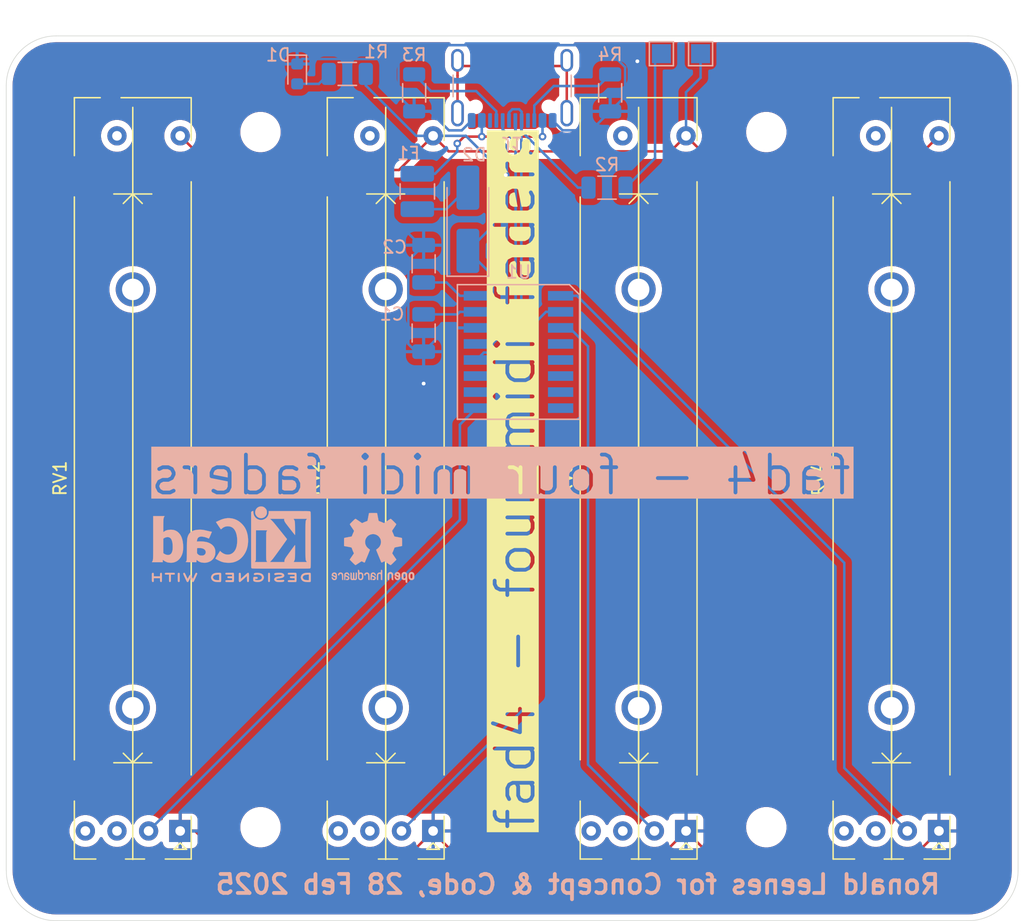
<source format=kicad_pcb>
(kicad_pcb (version 20241229) (generator "pcbnew") (generator_version "9.0")
  (layers (0 "F.Cu" signal) (2 "B.Cu" signal) (13 "F.Paste" user) (15 "B.Paste" user) (5 "F.SilkS" user "F.Silkscreen") (7 "B.SilkS" user "B.Silkscreen") (1 "F.Mask" user) (3 "B.Mask" user) (25 "Edge.Cuts" user))
  (net 0 "")
  (net 1 "VBUS")
  (net 2 "GND")
  (net 3 "+3V3")
  (net 4 "Net-(D1-A)")
  (net 5 "Net-(D2-A)")
  (net 6 "Net-(F1-Pad1)")
  (net 8 "unconnected-(J1-SHIELD-PadS1)")
  (net 9 "D-")
  (net 10 "Net-(J1-CC2)")
  (net 12 "Net-(J1-CC1)")
  (net 13 "Net-(R2-Pad1)")
  (net 14 "AIN0")
  (net 21 "AIN1")
  (net 22 "AIN2")
  (net 27 "AIN3")
  (net 37 "D+")
  (footprint "MountingHole:MountingHole_2.7mm_M2.5_DIN965" (layer "F.Cu") (at 72.6 132.6)
    (property "Reference" "h2" (hide yes))
    (property "Value" "MountingHole_2.7mm_M2.5_DIN965" (hide yes))
    (pad "" np_thru_hole circle (at 0 0) (size 2.7 2.7) (drill 2.7) (layers "*.Cu" "*.Mask"))
  )
  (footprint "MountingHole:MountingHole_2.7mm_M2.5_DIN965" (layer "F.Cu") (at 112.6 132.6)
    (property "Reference" "h4" (hide yes))
    (property "Value" "MountingHole_2.7mm_M2.5_DIN965" (hide yes))
    (pad "" np_thru_hole circle (at 0 0) (size 2.7 2.7) (drill 2.7) (layers "*.Cu" "*.Mask"))
  )
  (footprint "Potentiometer_THT:B103 slider 4560mm" (layer "F.Cu") (at 120.75 134.2497 90)
    (property "Reference" "RV4" (at 29.25 -4 90) (layer "F.SilkS"))
    (property "Value" "R_Potentiometer_Dual")
    (pad "1" thru_hole rect (at 1.35 5.5 270) (size 1.75 1.75) (drill 0.762) (layers "*.Cu" "*.Mask") (net 2 "GND"))
    (pad "2" thru_hole circle (at 1.35 3 270) (size 1.524 1.524) (drill 0.762) (layers "*.Cu" "*.Mask") (net 27 "AIN3"))
    (pad "3" thru_hole circle (at 56.35 5.5 270) (size 1.524 1.524) (drill 0.762) (layers "*.Cu" "*.Mask") (net 1 "VBUS"))
    (pad "4" thru_hole circle (at 1.35 0.5 270) (size 1.524 1.524) (drill 0.762) (layers "*.Cu" "*.Mask"))
    (pad "5" thru_hole circle (at 1.35 -2 270) (size 1.524 1.524) (drill 0.762) (layers "*.Cu" "*.Mask"))
    (pad "6" thru_hole circle (at 56.35 0.5 270) (size 1.524 1.524) (drill 0.762) (layers "*.Cu" "*.Mask"))
    (pad "MP" thru_hole circle (at 11.1 1.75 270) (size 2.7 2.7) (drill 1.7) (layers "*.Cu" "*.Mask"))
    (pad "MP" thru_hole circle (at 44.2 1.75 270) (size 2.7 2.7) (drill 1.7) (layers "*.Cu" "*.Mask"))
  )
  (footprint "MountingHole:MountingHole_2.7mm_M2.5_DIN965" (layer "F.Cu") (at 72.6 77.6)
    (property "Reference" "h1" (hide yes))
    (property "Value" "MountingHole_2.7mm_M2.5_DIN965" (hide yes))
    (pad "" np_thru_hole circle (at 0 0) (size 2.7 2.7) (drill 2.7) (layers "*.Cu" "*.Mask"))
  )
  (footprint "Potentiometer_THT:B103 slider 4560mm" (layer "F.Cu") (at 80.75 134.2497 90)
    (property "Reference" "RV2" (at 29.25 -4 90) (layer "F.SilkS"))
    (property "Value" "R_Potentiometer_Dual")
    (pad "1" thru_hole rect (at 1.35 5.5 270) (size 1.75 1.75) (drill 0.762) (layers "*.Cu" "*.Mask") (net 2 "GND"))
    (pad "2" thru_hole circle (at 1.35 3 270) (size 1.524 1.524) (drill 0.762) (layers "*.Cu" "*.Mask") (net 21 "AIN1"))
    (pad "3" thru_hole circle (at 56.35 5.5 270) (size 1.524 1.524) (drill 0.762) (layers "*.Cu" "*.Mask") (net 1 "VBUS"))
    (pad "4" thru_hole circle (at 1.35 0.5 270) (size 1.524 1.524) (drill 0.762) (layers "*.Cu" "*.Mask"))
    (pad "5" thru_hole circle (at 1.35 -2 270) (size 1.524 1.524) (drill 0.762) (layers "*.Cu" "*.Mask"))
    (pad "6" thru_hole circle (at 56.35 0.5 270) (size 1.524 1.524) (drill 0.762) (layers "*.Cu" "*.Mask"))
    (pad "MP" thru_hole circle (at 11.1 1.75 270) (size 2.7 2.7) (drill 1.7) (layers "*.Cu" "*.Mask"))
    (pad "MP" thru_hole circle (at 44.2 1.75 270) (size 2.7 2.7) (drill 1.7) (layers "*.Cu" "*.Mask"))
  )
  (footprint "Potentiometer_THT:B103 slider 4560mm" (layer "F.Cu") (at 100.75 134.2497 90)
    (property "Reference" "RV3" (at 29.25 -4 90) (layer "F.SilkS"))
    (property "Value" "R_Potentiometer_Dual")
    (pad "1" thru_hole rect (at 1.35 5.5 270) (size 1.75 1.75) (drill 0.762) (layers "*.Cu" "*.Mask") (net 2 "GND"))
    (pad "2" thru_hole circle (at 1.35 3 270) (size 1.524 1.524) (drill 0.762) (layers "*.Cu" "*.Mask") (net 22 "AIN2"))
    (pad "3" thru_hole circle (at 56.35 5.5 270) (size 1.524 1.524) (drill 0.762) (layers "*.Cu" "*.Mask") (net 1 "VBUS"))
    (pad "4" thru_hole circle (at 1.35 0.5 270) (size 1.524 1.524) (drill 0.762) (layers "*.Cu" "*.Mask"))
    (pad "5" thru_hole circle (at 1.35 -2 270) (size 1.524 1.524) (drill 0.762) (layers "*.Cu" "*.Mask"))
    (pad "6" thru_hole circle (at 56.35 0.5 270) (size 1.524 1.524) (drill 0.762) (layers "*.Cu" "*.Mask"))
    (pad "MP" thru_hole circle (at 11.1 1.75 270) (size 2.7 2.7) (drill 1.7) (layers "*.Cu" "*.Mask"))
    (pad "MP" thru_hole circle (at 44.2 1.75 270) (size 2.7 2.7) (drill 1.7) (layers "*.Cu" "*.Mask"))
  )
  (footprint "MountingHole:MountingHole_2.7mm_M2.5_DIN965" (layer "F.Cu") (at 112.6 77.6)
    (property "Reference" "h3" (hide yes))
    (property "Value" "MountingHole_2.7mm_M2.5_DIN965" (hide yes))
    (pad "" np_thru_hole circle (at 0 0) (size 2.7 2.7) (drill 2.7) (layers "*.Cu" "*.Mask"))
  )
  (footprint "Potentiometer_THT:B103 slider 4560mm" (layer "F.Cu") (at 60.75 134.2497 90)
    (property "Reference" "RV1" (at 29.25 -4 90) (layer "F.SilkS"))
    (property "Value" "R_Potentiometer_Dual" (hide yes))
    (pad "1" thru_hole rect (at 1.35 5.5 270) (size 1.75 1.75) (drill 0.762) (layers "*.Cu" "*.Mask") (net 2 "GND"))
    (pad "2" thru_hole circle (at 1.35 3 270) (size 1.524 1.524) (drill 0.762) (layers "*.Cu" "*.Mask") (net 14 "AIN0"))
    (pad "3" thru_hole circle (at 56.35 5.5 270) (size 1.524 1.524) (drill 0.762) (layers "*.Cu" "*.Mask") (net 1 "VBUS"))
    (pad "4" thru_hole circle (at 1.35 0.5 270) (size 1.524 1.524) (drill 0.762) (layers "*.Cu" "*.Mask"))
    (pad "5" thru_hole circle (at 1.35 -2 270) (size 1.524 1.524) (drill 0.762) (layers "*.Cu" "*.Mask"))
    (pad "6" thru_hole circle (at 56.35 0.5 270) (size 1.524 1.524) (drill 0.762) (layers "*.Cu" "*.Mask"))
    (pad "MP" thru_hole circle (at 11.1 1.75 270) (size 2.7 2.7) (drill 1.7) (layers "*.Cu" "*.Mask"))
    (pad "MP" thru_hole circle (at 44.2 1.75 270) (size 2.7 2.7) (drill 1.7) (layers "*.Cu" "*.Mask"))
  )
  (footprint "Fuse:Fuse_1210_3225Metric" (layer "B.Cu") (at 85 82.3 -90)
    (property "Reference" "F1" (at -3 0.7 180) (layer "B.SilkS") (effects (justify mirror)))
    (property "Value" "Polyfuse 500mA")
    (pad "1" smd roundrect (at -1.399999 0 270) (size 1.25 2.65) (layers "B.Cu" "B.Mask" "B.Paste") (roundrect_rratio 0.2) (net 6 "Net-(F1-Pad1)"))
    (pad "2" smd roundrect (at 1.399999 0 270) (size 1.25 2.65) (layers "B.Cu" "B.Mask" "B.Paste") (roundrect_rratio 0.2) (net 5 "Net-(D2-A)"))
  )
  (footprint "Resistor_SMD:R_1206_3216Metric" (layer "B.Cu") (at 79.4625 73)
    (property "Reference" "R1" (at 2.2875 -1.75 0) (layer "B.SilkS") (effects (justify mirror)))
    (property "Value" "1k")
    (pad "1" smd roundrect (at -1.4625 0) (size 1.125 1.75) (layers "B.Cu" "B.Mask" "B.Paste") (roundrect_rratio 0.222222) (net 4 "Net-(D1-A)"))
    (pad "2" smd roundrect (at 1.4625 0) (size 1.125 1.75) (layers "B.Cu" "B.Mask" "B.Paste") (roundrect_rratio 0.222222) (net 1 "VBUS"))
  )
  (footprint "Resistor_SMD:R_1206_3216Metric" (layer "B.Cu") (at 100 82 180)
    (property "Reference" "R2" (at 0 1.82 0) (layer "B.SilkS") (effects (justify mirror)))
    (property "Value" "10k")
    (pad "1" smd roundrect (at -1.4625 0 180) (size 1.125 1.75) (layers "B.Cu" "B.Mask" "B.Paste") (roundrect_rratio 0.222222) (net 13 "Net-(R2-Pad1)"))
    (pad "2" smd roundrect (at 1.4625 0 180) (size 1.125 1.75) (layers "B.Cu" "B.Mask" "B.Paste") (roundrect_rratio 0.222222) (net 37 "D+"))
  )
  (footprint "Symbol:KiCad-Logo2_5mm_SilkScreen" (layer "B.Cu") (at 70.3 110.2 180)
    (property "Reference" "REF**" (hide yes))
    (property "Value" "KiCad-Logo2_5mm_SilkScreen" (hide yes))
  )
  (footprint "Diode_SMD:D_SMA_Handsoldering" (layer "B.Cu") (at 89 84.5 90)
    (property "Reference" "D2" (at 5.1 0.5 0) (layer "B.SilkS") (effects (justify mirror)))
    (property "Value" "D")
    (pad "1" smd roundrect (at -2.5 0 90) (size 3.5 1.8) (layers "B.Cu" "B.Mask" "B.Paste") (roundrect_rratio 0.1388888889) (net 1 "VBUS"))
    (pad "2" smd roundrect (at 2.5 0 90) (size 3.5 1.8) (layers "B.Cu" "B.Mask" "B.Paste") (roundrect_rratio 0.1388888889) (net 5 "Net-(D2-A)"))
  )
  (footprint "Symbol:OSHW-Logo2_7.3x6mm_SilkScreen" (layer "B.Cu") (at 81.5 110.5 180)
    (property "Reference" "REF**" (hide yes))
    (property "Value" "OSHW-Logo2_7.3x6mm_SilkScreen" (hide yes))
  )
  (footprint "ch552g:CH552G" (layer "B.Cu") (at 93 95 -90)
    (property "Reference" "U1" (at -6.324999 0 0) (layer "B.SilkS") (effects (justify mirror)))
    (property "Value" "CH552G")
    (pad "1" smd rect (at -4.445 -3.33 270) (size 0.76 2) (layers "B.Cu" "B.Mask" "B.Paste") (net 27 "AIN3"))
    (pad "2" smd rect (at -3.175 -3.330001 270) (size 0.76 2) (layers "B.Cu" "B.Mask" "B.Paste") (net 21 "AIN1"))
    (pad "3" smd rect (at -1.905 -3.33 270) (size 0.76 2) (layers "B.Cu" "B.Mask" "B.Paste") (net 22 "AIN2"))
    (pad "4" smd rect (at -0.635 -3.33 270) (size 0.76 2) (layers "B.Cu" "B.Mask" "B.Paste"))
    (pad "5" smd rect (at 0.635 -3.33 270) (size 0.76 2) (layers "B.Cu" "B.Mask" "B.Paste"))
    (pad "6" smd rect (at 1.905 -3.33 270) (size 0.76 2) (layers "B.Cu" "B.Mask" "B.Paste"))
    (pad "7" smd rect (at 3.175 -3.330001 270) (size 0.76 2) (layers "B.Cu" "B.Mask" "B.Paste"))
    (pad "8" smd rect (at 4.445 -3.33 270) (size 0.76 2) (layers "B.Cu" "B.Mask" "B.Paste"))
    (pad "9" smd rect (at 4.445 3.33 270) (size 0.76 2) (layers "B.Cu" "B.Mask" "B.Paste") (net 14 "AIN0"))
    (pad "10" smd rect (at 3.175 3.330001 270) (size 0.76 2) (layers "B.Cu" "B.Mask" "B.Paste"))
    (pad "11" smd rect (at 1.905 3.33 270) (size 0.76 2) (layers "B.Cu" "B.Mask" "B.Paste"))
    (pad "12" smd rect (at 0.635 3.33 270) (size 0.76 2) (layers "B.Cu" "B.Mask" "B.Paste") (net 37 "D+"))
    (pad "13" smd rect (at -0.635 3.33 270) (size 0.76 2) (layers "B.Cu" "B.Mask" "B.Paste") (net 9 "D-"))
    (pad "14" smd rect (at -1.905 3.33 270) (size 0.76 2) (layers "B.Cu" "B.Mask" "B.Paste") (net 2 "GND"))
    (pad "15" smd rect (at -3.175 3.330001 270) (size 0.76 2) (layers "B.Cu" "B.Mask" "B.Paste") (net 1 "VBUS"))
    (pad "16" smd rect (at -4.445 3.33 270) (size 0.76 2) (layers "B.Cu" "B.Mask" "B.Paste") (net 3 "+3V3"))
  )
  (footprint "TestPoint:TestPoint_Pad_1.5x1.5mm" (layer "B.Cu") (at 104.3 71.4)
    (property "Reference" "TP1" (hide yes))
    (property "Value" "progboot")
    (pad "1" smd rect (at 0 0) (size 1.5 1.5) (layers "B.Cu" "B.Mask") (net 13 "Net-(R2-Pad1)"))
  )
  (footprint "Connector_USB:USB_C_Receptacle_GCT_USB4105-xx-A_16P_TopMnt_Horizontal" (layer "B.Cu") (at 92.5 73)
    (property "Reference" "J1" (at 0 5.5 180) (layer "B.SilkS") (effects (justify mirror)))
    (property "Value" "USB_C_Receptacle_USB2.0_16P")
    (pad "" np_thru_hole circle (at -2.89 2.605) (size 0.65 0.65) (drill 0.65) (layers "*.Cu" "*.Mask"))
    (pad "" np_thru_hole circle (at 2.89 2.605) (size 0.65 0.65) (drill 0.65) (layers "*.Cu" "*.Mask"))
    (pad "A1" smd roundrect (at -3.2 3.68) (size 0.6 1.15) (layers "B.Cu" "B.Mask" "B.Paste") (net 2 "GND"))
    (pad "A4" smd roundrect (at -2.4 3.68) (size 0.6 1.15) (layers "B.Cu" "B.Mask" "B.Paste") (net 6 "Net-(F1-Pad1)"))
    (pad "A5" smd roundrect (at -1.25 3.679999) (size 0.3 1.15) (layers "B.Cu" "B.Mask" "B.Paste") (net 12 "Net-(J1-CC1)"))
    (pad "A6" smd roundrect (at -0.25 3.68) (size 0.3 1.15) (layers "B.Cu" "B.Mask" "B.Paste") (net 37 "D+"))
    (pad "A7" smd roundrect (at 0.25 3.68) (size 0.3 1.15) (layers "B.Cu" "B.Mask" "B.Paste") (net 9 "D-"))
    (pad "A8" smd roundrect (at 1.25 3.679999) (size 0.3 1.15) (layers "B.Cu" "B.Mask" "B.Paste"))
    (pad "A9" smd roundrect (at 2.4 3.68) (size 0.6 1.15) (layers "B.Cu" "B.Mask" "B.Paste") (net 6 "Net-(F1-Pad1)"))
    (pad "A12" smd roundrect (at 3.2 3.68) (size 0.6 1.15) (layers "B.Cu" "B.Mask" "B.Paste") (net 2 "GND"))
    (pad "B1" smd roundrect (at 3.2 3.68) (size 0.6 1.15) (layers "B.Cu" "B.Mask" "B.Paste") (net 2 "GND"))
    (pad "B4" smd roundrect (at 2.4 3.68) (size 0.6 1.15) (layers "B.Cu" "B.Mask" "B.Paste") (net 6 "Net-(F1-Pad1)"))
    (pad "B5" smd roundrect (at 1.75 3.68) (size 0.3 1.15) (layers "B.Cu" "B.Mask" "B.Paste") (net 10 "Net-(J1-CC2)"))
    (pad "B6" smd roundrect (at 0.75 3.68) (size 0.3 1.15) (layers "B.Cu" "B.Mask" "B.Paste") (net 37 "D+"))
    (pad "B7" smd roundrect (at -0.75 3.68) (size 0.3 1.15) (layers "B.Cu" "B.Mask" "B.Paste") (net 9 "D-"))
    (pad "B8" smd roundrect (at -1.75 3.68) (size 0.3 1.15) (layers "B.Cu" "B.Mask" "B.Paste"))
    (pad "B9" smd roundrect (at -2.4 3.68) (size 0.6 1.15) (layers "B.Cu" "B.Mask" "B.Paste") (net 6 "Net-(F1-Pad1)"))
    (pad "B12" smd roundrect (at -3.2 3.68) (size 0.6 1.15) (layers "B.Cu" "B.Mask" "B.Paste") (net 2 "GND"))
    (pad "S1" thru_hole oval (at -4.32 -1.075) (size 1 1.8) (drill oval 0.6 1.4) (layers "*.Cu" "*.Mask" "B.Paste") (net 8 "unconnected-(J1-SHIELD-PadS1)"))
    (pad "S1" thru_hole oval (at -4.32 3.105) (size 1 2.1) (drill oval 0.6 1.7) (layers "*.Cu" "*.Mask" "B.Paste") (net 8 "unconnected-(J1-SHIELD-PadS1)"))
    (pad "S1" thru_hole oval (at 4.32 -1.075) (size 1 1.8) (drill oval 0.6 1.4) (layers "*.Cu" "*.Mask" "B.Paste") (net 8 "unconnected-(J1-SHIELD-PadS1)"))
    (pad "S1" thru_hole oval (at 4.32 3.105) (size 1 2.1) (drill oval 0.6 1.7) (layers "*.Cu" "*.Mask" "B.Paste") (net 8 "unconnected-(J1-SHIELD-PadS1)"))
  )
  (footprint "Capacitor_SMD:C_1206_3216Metric" (layer "B.Cu") (at 85.5 88.025 90)
    (property "Reference" "C2" (at 1.325 -2.3 0) (layer "B.SilkS") (effects (justify mirror)))
    (property "Value" "100n")
    (pad "1" smd roundrect (at -1.475001 0 90) (size 1.15 1.8) (layers "B.Cu" "B.Mask" "B.Paste") (roundrect_rratio 0.217391) (net 3 "+3V3"))
    (pad "2" smd roundrect (at 1.475001 0 90) (size 1.15 1.8) (layers "B.Cu" "B.Mask" "B.Paste") (roundrect_rratio 0.217391) (net 2 "GND"))
  )
  (footprint "Resistor_SMD:R_1206_3216Metric" (layer "B.Cu") (at 84.75 74.5 -90)
    (property "Reference" "R3" (at -3 0 0) (layer "B.SilkS") (effects (justify mirror)))
    (property "Value" "5k1")
    (pad "1" smd roundrect (at -1.4625 0 270) (size 1.125 1.75) (layers "B.Cu" "B.Mask" "B.Paste") (roundrect_rratio 0.222222) (net 12 "Net-(J1-CC1)"))
    (pad "2" smd roundrect (at 1.4625 0 270) (size 1.125 1.75) (layers "B.Cu" "B.Mask" "B.Paste") (roundrect_rratio 0.222222) (net 2 "GND"))
  )
  (footprint "LED_SMD:LED_0603_1608Metric" (layer "B.Cu") (at 75.5 73 -90)
    (property "Reference" "D1" (at -1.5 1.5 0) (layer "B.SilkS") (effects (justify mirror)))
    (property "Value" "LED")
    (pad "1" smd roundrect (at -0.787501 0 270) (size 0.875 0.95) (layers "B.Cu" "B.Mask" "B.Paste") (net 2 "GND"))
    (pad "2" smd roundrect (at 0.787501 0 270) (size 0.875 0.95) (layers "B.Cu" "B.Mask" "B.Paste") (net 4 "Net-(D1-A)"))
  )
  (footprint "Resistor_SMD:R_1206_3216Metric" (layer "B.Cu") (at 100.25 74.5 90)
    (property "Reference" "R4" (at 3.0375 0 0) (layer "B.SilkS") (effects (justify mirror)))
    (property "Value" "5k1")
    (pad "1" smd roundrect (at -1.4625 0 90) (size 1.125 1.75) (layers "B.Cu" "B.Mask" "B.Paste") (roundrect_rratio 0.222222) (net 2 "GND"))
    (pad "2" smd roundrect (at 1.4625 0 90) (size 1.125 1.75) (layers "B.Cu" "B.Mask" "B.Paste") (roundrect_rratio 0.222222) (net 10 "Net-(J1-CC2)"))
  )
  (footprint "Capacitor_SMD:C_1206_3216Metric" (layer "B.Cu") (at 85.5 93.5 -90)
    (property "Reference" "C1" (at -1.5 2.5 0) (layer "B.SilkS") (effects (justify mirror)))
    (property "Value" "100n")
    (pad "1" smd roundrect (at -1.475001 0 270) (size 1.15 1.8) (layers "B.Cu" "B.Mask" "B.Paste") (roundrect_rratio 0.217391) (net 1 "VBUS"))
    (pad "2" smd roundrect (at 1.475001 0 270) (size 1.15 1.8) (layers "B.Cu" "B.Mask" "B.Paste") (roundrect_rratio 0.217391) (net 2 "GND"))
  )
  (footprint "TestPoint:TestPoint_Pad_1.5x1.5mm" (layer "B.Cu") (at 107.4 71.4 180)
    (property "Reference" "TP2" (hide yes))
    (property "Value" "progboot")
    (pad "1" smd rect (at 0 0 180) (size 1.5 1.5) (layers "B.Cu" "B.Mask") (net 1 "VBUS"))
  )
  (gr_arc (start 56.45 140) (mid 53.656705 138.842979) (end 52.499684 136.049684) (stroke (width 0.05)) (layer "Edge.Cuts"))
  (gr_arc (start 132.507021 136.049684) (mid 131.35 138.842979) (end 128.556705 140) (stroke (width 0.05)) (layer "Edge.Cuts"))
  (gr_line (start 56.45 140) (end 128.556705 140) (stroke (width 0.05)) (layer "Edge.Cuts"))
  (gr_line (start 56.443295 69.992979) (end 128.556705 69.992979) (stroke (width 0.05)) (layer "Edge.Cuts"))
  (gr_line (start 132.507021 136.049684) (end 132.507021 73.943295) (stroke (width 0.05)) (layer "Edge.Cuts"))
  (gr_arc (start 52.492979 73.943295) (mid 53.65 71.15) (end 56.443295 69.992979) (stroke (width 0.05)) (layer "Edge.Cuts"))
  (gr_line (start 52.492979 73.943295) (end 52.492979 136.049684) (stroke (width 0.05)) (layer "Edge.Cuts"))
  (gr_arc (start 128.556705 69.992979) (mid 131.35 71.15) (end 132.507021 73.943295) (stroke (width 0.05)) (layer "Edge.Cuts"))
  (gr_text "fad4 - four midi faders" (at 94.5 133 90) (layer "F.SilkS" knockout) (effects (font (size 3 3) (thickness 0.3) (bold yes)) (justify left bottom)))
  (gr_text "fad4 - four midi faders" (at 119.5 106.5 0) (layer "B.SilkS" knockout) (effects (font (size 3 3) (thickness 0.3) (bold yes)) (justify left bottom mirror)))
  (gr_text "Ronald Leenes for Concept & Code, 28 Feb 2025" (at 126.5 138 0) (layer "B.SilkS") (effects (font (size 1.5 1.5) (thickness 0.3) (bold yes)) (justify left bottom mirror)))
  (segment (start 106.25 77.8997) (end 105.0219 79.1278) (width 0.2) (layer "F.Cu") (net 1))
  (segment (start 66.25 77.8997) (end 68.9503 80.6) (width 0.2) (layer "F.Cu") (net 1))
  (segment (start 105.0219 79.1278) (end 87.4781 79.1278) (width 0.2) (layer "F.Cu") (net 1))
  (segment (start 83.5497 80.6) (end 86.25 77.8997) (width 0.2) (layer "F.Cu") (net 1))
  (segment (start 68.9503 80.6) (end 83.5497 80.6) (width 0.2) (layer "F.Cu") (net 1))
  (segment (start 87.4781 79.1278) (end 86.25 77.8997) (width 0.2) (layer "F.Cu") (net 1))
  (segment (start 109.1503 80.8) (end 106.25 77.8997) (width 0.2) (layer "F.Cu") (net 1))
  (segment (start 126.25 77.8997) (end 123.3497 80.8) (width 0.2) (layer "F.Cu") (net 1))
  (segment (start 123.3497 80.8) (end 109.1503 80.8) (width 0.2) (layer "F.Cu") (net 1))
  (segment (start 88.8366 77.8997) (end 91 80.0631) (width 0.2) (layer "B.Cu") (net 1))
  (segment (start 80.925 73.9146) (end 84.9101 77.8997) (width 0.2) (layer "B.Cu") (net 1))
  (segment (start 88.1683 92.025) (end 85.5 92.025) (width 0.2) (layer "B.Cu") (net 1))
  (segment (start 107.4 73.3) (end 107.4 71.4) (width 0.2) (layer "B.Cu") (net 1))
  (segment (start 86.25 77.8997) (end 88.8366 77.8997) (width 0.2) (layer "B.Cu") (net 1))
  (segment (start 80.925 73) (end 80.925 73.9146) (width 0.2) (layer "B.Cu") (net 1))
  (segment (start 88.3683 91.825) (end 88.1683 92.025) (width 0.2) (layer "B.Cu") (net 1))
  (segment (start 90.9717 88.9717) (end 90.9717 91.825) (width 0.2) (layer "B.Cu") (net 1))
  (segment (start 106.25 74.45) (end 107.4 73.3) (width 0.2) (layer "B.Cu") (net 1))
  (segment (start 84.9101 77.8997) (end 86.25 77.8997) (width 0.2) (layer "B.Cu") (net 1))
  (segment (start 90.9717 91.825) (end 88.3683 91.825) (width 0.2) (layer "B.Cu") (net 1))
  (segment (start 89 87) (end 90.9717 88.9717) (width 0.2) (layer "B.Cu") (net 1))
  (segment (start 106.25 77.8997) (end 106.25 74.45) (width 0.2) (layer "B.Cu") (net 1))
  (segment (start 91 85) (end 89 87) (width 0.2) (layer "B.Cu") (net 1))
  (segment (start 91 80.0631) (end 91 85) (width 0.2) (layer "B.Cu") (net 1))
  (segment (start 103.6497 135.5) (end 88.75 135.5) (width 0.2) (layer "F.Cu") (net 2))
  (segment (start 109.3503 136) (end 123.1497 136) (width 0.2) (layer "F.Cu") (net 2))
  (segment (start 66.25 132.8997) (end 67.4267 132.8997) (width 0.2) (layer "F.Cu") (net 2))
  (segment (start 123.1497 136) (end 126.25 132.8997) (width 0.2) (layer "F.Cu") (net 2))
  (segment (start 86.25 133) (end 86.25 132.8997) (width 0.2) (layer "F.Cu") (net 2))
  (segment (start 86.25 98.25) (end 86.25 132.8997) (width 0.2) (layer "F.Cu") (net 2))
  (segment (start 106.25 132.8997) (end 109.3503 136) (width 0.2) (layer "F.Cu") (net 2))
  (segment (start 106.25 132.8997) (end 103.6497 135.5) (width 0.2) (layer "F.Cu") (net 2))
  (segment (start 88.75 135.5) (end 86.25 133) (width 0.2) (layer "F.Cu") (net 2))
  (segment (start 67.4267 132.8997) (end 70.527 136) (width 0.2) (layer "F.Cu") (net 2))
  (segment (start 83.1497 136) (end 86.25 132.8997) (width 0.2) (layer "F.Cu") (net 2))
  (segment (start 85.5 97.5) (end 86.25 98.25) (width 0.2) (layer "F.Cu") (net 2))
  (segment (start 70.527 136) (end 83.1497 136) (width 0.2) (layer "F.Cu") (net 2))
  (via (at 102.4 72) (size 0.6) (drill 0.3) (layers "F.Cu" "B.Cu") (net 2))
  (via (at 85.5 97.5) (size 0.6) (drill 0.3) (layers "F.Cu" "B.Cu") (net 2))
  (via (at 92 81) (size 0.6) (drill 0.3) (layers "F.Cu" "B.Cu") (net 2))
  (segment (start 84.2869 94.3684) (end 84.2869 87.7631) (width 0.2) (layer "B.Cu") (net 2))
  (segment (start 85.5 94.975) (end 84.8935 94.975) (width 0.2) (layer "B.Cu") (net 2))
  (segment (start 83.4944 71.8182) (end 83.514 71.7986) (width 0.2) (layer "B.Cu") (net 2))
  (segment (start 79.5 71.8182) (end 79.5 80.8224) (width 0.2) (layer "B.Cu") (net 2))
  (segment (start 95.7 76.68) (end 96.4834 77.4634) (width 0.2) (layer "B.Cu") (net 2))
  (segment (start 89.3 76.68) (end 88.5148 77.4652) (width 0.2) (layer "B.Cu") (net 2))
  (segment (start 101.4337 74.7788) (end 101.4337 72.4668) (width 0.2) (layer "B.Cu") (net 2))
  (segment (start 85.9931 75.9625) (end 84.75 75.9625) (width 0.2) (layer "B.Cu") (net 2))
  (segment (start 84.2869 87.7631) (end 85.3638 86.6862) (width 0.2) (layer "B.Cu") (net 2))
  (segment (start 85.5 94.975001) (end 87.380001 93.095) (width 0.2) (layer "B.Cu") (net 2))
  (segment (start 85.3638 86.6862) (end 85.5 86.55) (width 0.2) (layer "B.Cu") (net 2))
  (segment (start 75.894299 71.8182) (end 83.4944 71.8182) (width 0.2) (layer "B.Cu") (net 2))
  (segment (start 87.380001 93.095) (end 89.67 93.095) (width 0.2) (layer "B.Cu") (net 2))
  (segment (start 96.4834 77.4634) (end 98.7491 77.4634) (width 0.2) (layer "B.Cu") (net 2))
  (segment (start 75.5 72.212499) (end 75.894299 71.8182) (width 0.2) (layer "B.Cu") (net 2))
  (segment (start 79.5 80.8224) (end 85.3638 86.6862) (width 0.2) (layer "B.Cu") (net 2))
  (segment (start 100.25 75.9625) (end 101.4337 74.7788) (width 0.2) (layer "B.Cu") (net 2))
  (segment (start 85.5 94.975001) (end 85.5 97.5) (width 0.2) (layer "B.Cu") (net 2))
  (segment (start 83.514 71.7986) (end 83.514 74.7265) (width 0.2) (layer "B.Cu") (net 2))
  (segment (start 87.4958 77.4652) (end 85.9931 75.9625) (width 0.2) (layer "B.Cu") (net 2))
  (segment (start 99.6897 70.7228) (end 84.5898 70.7228) (width 0.2) (layer "B.Cu") (net 2))
  (segment (start 84.8935 94.975) (end 84.2869 94.3684) (width 0.2) (layer "B.Cu") (net 2))
  (segment (start 84.5898 70.7228) (end 83.514 71.7986) (width 0.2) (layer "B.Cu") (net 2))
  (segment (start 83.514 74.7265) (end 84.75 75.9625) (width 0.2) (layer "B.Cu") (net 2))
  (segment (start 98.7491 77.4634) (end 100.25 75.9625) (width 0.2) (layer "B.Cu") (net 2))
  (segment (start 88.5148 77.4652) (end 87.4958 77.4652) (width 0.2) (layer "B.Cu") (net 2))
  (segment (start 101.4337 72.4668) (end 99.6897 70.7228) (width 0.2) (layer "B.Cu") (net 2))
  (segment (start 89.67 90.555) (end 88.3683 90.555) (width 0.2) (layer "B.Cu") (net 3))
  (segment (start 87.3133 89.5) (end 88.3683 90.555) (width 0.2) (layer "B.Cu") (net 3))
  (segment (start 85.5 89.5) (end 87.3133 89.5) (width 0.2) (layer "B.Cu") (net 3))
  (segment (start 77.212499 73.787501) (end 78 73) (width 0.2) (layer "B.Cu") (net 4))
  (segment (start 75.5 73.787501) (end 77.212499 73.787501) (width 0.2) (layer "B.Cu") (net 4))
  (segment (start 87.300001 83.699999) (end 89 82) (width 0.2) (layer "B.Cu") (net 5))
  (segment (start 85 83.699999) (end 87.300001 83.699999) (width 0.2) (layer "B.Cu") (net 5))
  (segment (start 94.9 77.962) (end 90.1 77.962) (width 0.2) (layer "F.Cu") (net 6))
  (segment (start 90.1 77.962) (end 88.7018 77.962) (width 0.2) (layer "F.Cu") (net 6))
  (segment (start 88.7018 77.962) (end 88.158 78.5058) (width 0.2) (layer "F.Cu") (net 6))
  (via (at 94.9 77.962) (size 0.6) (drill 0.3) (layers "F.Cu" "B.Cu") (net 6))
  (via (at 88.158 78.5058) (size 0.6) (drill 0.3) (layers "F.Cu" "B.Cu") (net 6))
  (via (at 90.1 77.962) (size 0.6) (drill 0.3) (layers "F.Cu" "B.Cu") (net 6))
  (segment (start 90.1 76.68) (end 90.1 77.962) (width 0.2) (layer "B.Cu") (net 6))
  (segment (start 94.9 76.68) (end 94.9 77.962) (width 0.2) (layer "B.Cu") (net 6))
  (segment (start 88.158 79.142) (end 88.158 78.5058) (width 0.2) (layer "B.Cu") (net 6))
  (segment (start 86.399999 80.900001) (end 85 80.900001) (width 0.2) (layer "B.Cu") (net 6))
  (segment (start 88.158 79.142) (end 86.399999 80.900001) (width 0.2) (layer "B.Cu") (net 6))
  (segment (start 88.18 76.105) (end 88.18 73.1267) (width 0.2) (layer "F.Cu") (net 8))
  (segment (start 88.18 71.925) (end 88.18 72.3749) (width 0.2) (layer "F.Cu") (net 8))
  (segment (start 96.82 72.3749) (end 96.82 71.925) (width 0.2) (layer "F.Cu") (net 8))
  (segment (start 88.18 72.3749) (end 88.18 73.1267) (width 0.2) (layer "F.Cu") (net 8))
  (segment (start 96.82 72.3749) (end 88.18 72.3749) (width 0.2) (layer "F.Cu") (net 8))
  (segment (start 96.82 76.105) (end 96.82 72.3749) (width 0.2) (layer "F.Cu") (net 8))
  (segment (start 92.775 78.2929) (end 92.775 78.5581) (width 0.2) (layer "B.Cu") (net 9))
  (segment (start 90.3036 94.365) (end 89.67 94.365) (width 0.2) (layer "B.Cu") (net 9))
  (segment (start 92.75 77.5425) (end 92.775 77.5675) (width 0.2) (layer "B.Cu") (net 9))
  (segment (start 92.6519 78.2929) (end 91.75 77.391) (width 0.2) (layer "B.Cu") (net 9))
  (segment (start 92.775 84.9607) (end 92.775 91.8936) (width 0.2) (layer "B.Cu") (net 9))
  (segment (start 92.775 77.5675) (end 92.775 78.2929) (width 0.2) (layer "B.Cu") (net 9))
  (segment (start 92.775 80.1492) (end 92.775 84.9607) (width 0.2) (layer "B.Cu") (net 9))
  (segment (start 92.775 79.0885) (end 92.775 80.1492) (width 0.2) (layer "B.Cu") (net 9))
  (segment (start 92.75 76.68) (end 92.75 77.5425) (width 0.2) (layer "B.Cu") (net 9))
  (segment (start 92.775 76.705) (end 92.775 77.5675) (width 0.2) (layer "B.Cu") (net 9))
  (segment (start 92.775 79.0885) (end 92.775 80.1492) (width 0.2) (layer "B.Cu") (net 9))
  (segment (start 92.775 78.5581) (end 92.775 79.0885) (width 0.2) (layer "B.Cu") (net 9))
  (segment (start 92.775 80.1492) (end 92.775 84.9607) (width 0.2) (layer "B.Cu") (net 9))
  (segment (start 92.775 77.5675) (end 92.775 78.2929) (width 0.2) (layer "B.Cu") (net 9))
  (segment (start 91.75 77.391) (end 91.75 76.68) (width 0.2) (layer "B.Cu") (net 9))
  (segment (start 92.75 76.68) (end 92.775 76.705) (width 0.2) (layer "B.Cu") (net 9))
  (segment (start 92.775 91.8936) (end 90.3036 94.365) (width 0.2) (layer "B.Cu") (net 9))
  (segment (start 92.775 78.2929) (end 92.6519 78.2929) (width 0.2) (layer "B.Cu") (net 9))
  (segment (start 92.775 84.9607) (end 92.775 91.8936) (width 0.2) (layer "B.Cu") (net 9))
  (segment (start 92.775 78.5581) (end 92.775 79.0885) (width 0.2) (layer "B.Cu") (net 9))
  (segment (start 92.775 78.2929) (end 92.775 78.5581) (width 0.2) (layer "B.Cu") (net 9))
  (segment (start 95.7899 73.9581) (end 94.25 75.498) (width 0.2) (layer "B.Cu") (net 10))
  (segment (start 99.3294 73.9581) (end 95.7899 73.9581) (width 0.2) (layer "B.Cu") (net 10))
  (segment (start 94.25 75.498) (end 94.25 76.68) (width 0.2) (layer "B.Cu") (net 10))
  (segment (start 100.25 73.0375) (end 99.3294 73.9581) (width 0.2) (layer "B.Cu") (net 10))
  (segment (start 86.0745 74.362) (end 89.6565 74.362) (width 0.2) (layer "B.Cu") (net 12))
  (segment (start 91.25 75.9555) (end 91.25 76.68) (width 0.2) (layer "B.Cu") (net 12))
  (segment (start 89.6565 74.362) (end 91.25 75.9555) (width 0.2) (layer "B.Cu") (net 12))
  (segment (start 84.75 73.0375) (end 86.0745 74.362) (width 0.2) (layer "B.Cu") (net 12))
  (segment (start 101.4625 82) (end 103.8 79.6625) (width 0.2) (layer "B.Cu") (net 13))
  (segment (start 103.8 71.9) (end 104.3 71.4) (width 0.2) (layer "B.Cu") (net 13))
  (segment (start 103.8 79.6625) (end 103.8 71.9) (width 0.2) (layer "B.Cu") (net 13))
  (segment (start 88.3683 108.2814) (end 63.75 132.8997) (width 0.2) (layer "B.Cu") (net 14))
  (segment (start 89.67 99.445) (end 88.3683 100.7467) (width 0.2) (layer "B.Cu") (net 14))
  (segment (start 88.3683 100.7467) (end 88.3683 108.2814) (width 0.2) (layer "B.Cu") (net 14))
  (segment (start 94.5 122.1497) (end 83.75 132.8997) (width 0.2) (layer "B.Cu") (net 21))
  (segment (start 94.5 92.5) (end 94.5 122.1497) (width 0.2) (layer "B.Cu") (net 21))
  (segment (start 96.33 91.825) (end 95.175 91.825) (width 0.2) (layer "B.Cu") (net 21))
  (segment (start 95.175 91.825) (end 94.5 92.5) (width 0.2) (layer "B.Cu") (net 21))
  (segment (start 97.04 93.095) (end 98.5 94.555) (width 0.2) (layer "B.Cu") (net 22))
  (segment (start 98.5 127.6497) (end 103.75 132.8997) (width 0.2) (layer "B.Cu") (net 22))
  (segment (start 96.33 93.095) (end 97.04 93.095) (width 0.2) (layer "B.Cu") (net 22))
  (segment (start 98.5 94.555) (end 98.5 127.6497) (width 0.2) (layer "B.Cu") (net 22))
  (segment (start 97.6317 90.555) (end 118.7641 111.6874) (width 0.2) (layer "B.Cu") (net 27))
  (segment (start 118.7641 127.9138) (end 123.75 132.8997) (width 0.2) (layer "B.Cu") (net 27))
  (segment (start 118.7641 111.6874) (end 118.7641 127.9138) (width 0.2) (layer "B.Cu") (net 27))
  (segment (start 96.33 90.555) (end 97.6317 90.555) (width 0.2) (layer "B.Cu") (net 27))
  (segment (start 92.25 76.0572) (end 92.25 76.68) (width 0.2) (layer "B.Cu") (net 37))
  (segment (start 93.25 76.68) (end 93.25 77.5425) (width 0.2) (layer "B.Cu") (net 37))
  (segment (start 90.97 95.045) (end 90.26 95.045) (width 0.2) (layer "B.Cu") (net 37))
  (segment (start 93.25 75.9972) (end 93.0488 75.796) (width 0.2) (layer "B.Cu") (net 37))
  (segment (start 93.25 77.5425) (end 93.225 77.5675) (width 0.2) (layer "B.Cu") (net 37))
  (segment (start 93.25 76.68) (end 93.225 76.705) (width 0.2) (layer "B.Cu") (net 37))
  (segment (start 93.225 77.5675) (end 93.225 92.08) (width 0.2) (layer "B.Cu") (net 37))
  (segment (start 93.225 92.08) (end 90.97 94.335) (width 0.2) (layer "B.Cu") (net 37))
  (segment (start 93.25 76.68) (end 93.25 75.9972) (width 0.2) (layer "B.Cu") (net 37))
  (segment (start 92.5112 75.796) (end 92.25 76.0572) (width 0.2) (layer "B.Cu") (net 37))
  (segment (start 98.5375 82) (end 97.7075 82) (width 0.2) (layer "B.Cu") (net 37))
  (segment (start 93.225 76.705) (end 93.225 77.5675) (width 0.2) (layer "B.Cu") (net 37))
  (segment (start 90.97 94.335) (end 90.97 95.045) (width 0.2) (layer "B.Cu") (net 37))
  (segment (start 93.0488 75.796) (end 92.5112 75.796) (width 0.2) (layer "B.Cu") (net 37))
  (segment (start 93.225 77.5675) (end 93.225 92.08) (width 0.2) (layer "B.Cu") (net 37))
  (segment (start 97.7075 82) (end 93.25 77.5425) (width 0.2) (layer "B.Cu") (net 37))
  (segment (start 90.26 95.045) (end 89.67 95.635) (width 0.2) (layer "B.Cu") (net 37))
  (zone (net 2) (net_name "GND") (layers "F.Cu" "B.Cu") (connect_pads (clearance 0.5)) (min_thickness 0.25) (fill yes (thermal_gap 0.5) (thermal_bridge_width 0.25))
    (polygon (pts (xy 52 70) (xy 133 70) (xy 133 140) (xy 52 140)))
  )
)
</source>
